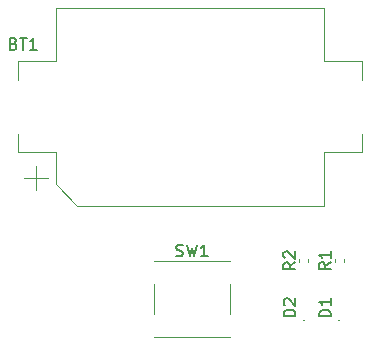
<source format=gbr>
%TF.GenerationSoftware,KiCad,Pcbnew,8.0.1*%
%TF.CreationDate,2024-04-22T22:39:20-04:00*%
%TF.ProjectId,Simple_LED,53696d70-6c65-45f4-9c45-442e6b696361,rev?*%
%TF.SameCoordinates,Original*%
%TF.FileFunction,Legend,Top*%
%TF.FilePolarity,Positive*%
%FSLAX46Y46*%
G04 Gerber Fmt 4.6, Leading zero omitted, Abs format (unit mm)*
G04 Created by KiCad (PCBNEW 8.0.1) date 2024-04-22 22:39:20*
%MOMM*%
%LPD*%
G01*
G04 APERTURE LIST*
%ADD10C,0.150000*%
%ADD11C,0.120000*%
%ADD12C,0.100000*%
G04 APERTURE END LIST*
D10*
X149774819Y-92166666D02*
X149298628Y-92499999D01*
X149774819Y-92738094D02*
X148774819Y-92738094D01*
X148774819Y-92738094D02*
X148774819Y-92357142D01*
X148774819Y-92357142D02*
X148822438Y-92261904D01*
X148822438Y-92261904D02*
X148870057Y-92214285D01*
X148870057Y-92214285D02*
X148965295Y-92166666D01*
X148965295Y-92166666D02*
X149108152Y-92166666D01*
X149108152Y-92166666D02*
X149203390Y-92214285D01*
X149203390Y-92214285D02*
X149251009Y-92261904D01*
X149251009Y-92261904D02*
X149298628Y-92357142D01*
X149298628Y-92357142D02*
X149298628Y-92738094D01*
X149774819Y-91214285D02*
X149774819Y-91785713D01*
X149774819Y-91499999D02*
X148774819Y-91499999D01*
X148774819Y-91499999D02*
X148917676Y-91595237D01*
X148917676Y-91595237D02*
X149012914Y-91690475D01*
X149012914Y-91690475D02*
X149060533Y-91785713D01*
X146799819Y-96738094D02*
X145799819Y-96738094D01*
X145799819Y-96738094D02*
X145799819Y-96499999D01*
X145799819Y-96499999D02*
X145847438Y-96357142D01*
X145847438Y-96357142D02*
X145942676Y-96261904D01*
X145942676Y-96261904D02*
X146037914Y-96214285D01*
X146037914Y-96214285D02*
X146228390Y-96166666D01*
X146228390Y-96166666D02*
X146371247Y-96166666D01*
X146371247Y-96166666D02*
X146561723Y-96214285D01*
X146561723Y-96214285D02*
X146656961Y-96261904D01*
X146656961Y-96261904D02*
X146752200Y-96357142D01*
X146752200Y-96357142D02*
X146799819Y-96499999D01*
X146799819Y-96499999D02*
X146799819Y-96738094D01*
X145895057Y-95785713D02*
X145847438Y-95738094D01*
X145847438Y-95738094D02*
X145799819Y-95642856D01*
X145799819Y-95642856D02*
X145799819Y-95404761D01*
X145799819Y-95404761D02*
X145847438Y-95309523D01*
X145847438Y-95309523D02*
X145895057Y-95261904D01*
X145895057Y-95261904D02*
X145990295Y-95214285D01*
X145990295Y-95214285D02*
X146085533Y-95214285D01*
X146085533Y-95214285D02*
X146228390Y-95261904D01*
X146228390Y-95261904D02*
X146799819Y-95833332D01*
X146799819Y-95833332D02*
X146799819Y-95214285D01*
X149799819Y-96738094D02*
X148799819Y-96738094D01*
X148799819Y-96738094D02*
X148799819Y-96499999D01*
X148799819Y-96499999D02*
X148847438Y-96357142D01*
X148847438Y-96357142D02*
X148942676Y-96261904D01*
X148942676Y-96261904D02*
X149037914Y-96214285D01*
X149037914Y-96214285D02*
X149228390Y-96166666D01*
X149228390Y-96166666D02*
X149371247Y-96166666D01*
X149371247Y-96166666D02*
X149561723Y-96214285D01*
X149561723Y-96214285D02*
X149656961Y-96261904D01*
X149656961Y-96261904D02*
X149752200Y-96357142D01*
X149752200Y-96357142D02*
X149799819Y-96499999D01*
X149799819Y-96499999D02*
X149799819Y-96738094D01*
X149799819Y-95214285D02*
X149799819Y-95785713D01*
X149799819Y-95499999D02*
X148799819Y-95499999D01*
X148799819Y-95499999D02*
X148942676Y-95595237D01*
X148942676Y-95595237D02*
X149037914Y-95690475D01*
X149037914Y-95690475D02*
X149085533Y-95785713D01*
X146774819Y-92166666D02*
X146298628Y-92499999D01*
X146774819Y-92738094D02*
X145774819Y-92738094D01*
X145774819Y-92738094D02*
X145774819Y-92357142D01*
X145774819Y-92357142D02*
X145822438Y-92261904D01*
X145822438Y-92261904D02*
X145870057Y-92214285D01*
X145870057Y-92214285D02*
X145965295Y-92166666D01*
X145965295Y-92166666D02*
X146108152Y-92166666D01*
X146108152Y-92166666D02*
X146203390Y-92214285D01*
X146203390Y-92214285D02*
X146251009Y-92261904D01*
X146251009Y-92261904D02*
X146298628Y-92357142D01*
X146298628Y-92357142D02*
X146298628Y-92738094D01*
X145870057Y-91785713D02*
X145822438Y-91738094D01*
X145822438Y-91738094D02*
X145774819Y-91642856D01*
X145774819Y-91642856D02*
X145774819Y-91404761D01*
X145774819Y-91404761D02*
X145822438Y-91309523D01*
X145822438Y-91309523D02*
X145870057Y-91261904D01*
X145870057Y-91261904D02*
X145965295Y-91214285D01*
X145965295Y-91214285D02*
X146060533Y-91214285D01*
X146060533Y-91214285D02*
X146203390Y-91261904D01*
X146203390Y-91261904D02*
X146774819Y-91833332D01*
X146774819Y-91833332D02*
X146774819Y-91214285D01*
X136691667Y-91607200D02*
X136834524Y-91654819D01*
X136834524Y-91654819D02*
X137072619Y-91654819D01*
X137072619Y-91654819D02*
X137167857Y-91607200D01*
X137167857Y-91607200D02*
X137215476Y-91559580D01*
X137215476Y-91559580D02*
X137263095Y-91464342D01*
X137263095Y-91464342D02*
X137263095Y-91369104D01*
X137263095Y-91369104D02*
X137215476Y-91273866D01*
X137215476Y-91273866D02*
X137167857Y-91226247D01*
X137167857Y-91226247D02*
X137072619Y-91178628D01*
X137072619Y-91178628D02*
X136882143Y-91131009D01*
X136882143Y-91131009D02*
X136786905Y-91083390D01*
X136786905Y-91083390D02*
X136739286Y-91035771D01*
X136739286Y-91035771D02*
X136691667Y-90940533D01*
X136691667Y-90940533D02*
X136691667Y-90845295D01*
X136691667Y-90845295D02*
X136739286Y-90750057D01*
X136739286Y-90750057D02*
X136786905Y-90702438D01*
X136786905Y-90702438D02*
X136882143Y-90654819D01*
X136882143Y-90654819D02*
X137120238Y-90654819D01*
X137120238Y-90654819D02*
X137263095Y-90702438D01*
X137596429Y-90654819D02*
X137834524Y-91654819D01*
X137834524Y-91654819D02*
X138025000Y-90940533D01*
X138025000Y-90940533D02*
X138215476Y-91654819D01*
X138215476Y-91654819D02*
X138453572Y-90654819D01*
X139358333Y-91654819D02*
X138786905Y-91654819D01*
X139072619Y-91654819D02*
X139072619Y-90654819D01*
X139072619Y-90654819D02*
X138977381Y-90797676D01*
X138977381Y-90797676D02*
X138882143Y-90892914D01*
X138882143Y-90892914D02*
X138786905Y-90940533D01*
X122939285Y-73631009D02*
X123082142Y-73678628D01*
X123082142Y-73678628D02*
X123129761Y-73726247D01*
X123129761Y-73726247D02*
X123177380Y-73821485D01*
X123177380Y-73821485D02*
X123177380Y-73964342D01*
X123177380Y-73964342D02*
X123129761Y-74059580D01*
X123129761Y-74059580D02*
X123082142Y-74107200D01*
X123082142Y-74107200D02*
X122986904Y-74154819D01*
X122986904Y-74154819D02*
X122605952Y-74154819D01*
X122605952Y-74154819D02*
X122605952Y-73154819D01*
X122605952Y-73154819D02*
X122939285Y-73154819D01*
X122939285Y-73154819D02*
X123034523Y-73202438D01*
X123034523Y-73202438D02*
X123082142Y-73250057D01*
X123082142Y-73250057D02*
X123129761Y-73345295D01*
X123129761Y-73345295D02*
X123129761Y-73440533D01*
X123129761Y-73440533D02*
X123082142Y-73535771D01*
X123082142Y-73535771D02*
X123034523Y-73583390D01*
X123034523Y-73583390D02*
X122939285Y-73631009D01*
X122939285Y-73631009D02*
X122605952Y-73631009D01*
X123463095Y-73154819D02*
X124034523Y-73154819D01*
X123748809Y-74154819D02*
X123748809Y-73154819D01*
X124891666Y-74154819D02*
X124320238Y-74154819D01*
X124605952Y-74154819D02*
X124605952Y-73154819D01*
X124605952Y-73154819D02*
X124510714Y-73297676D01*
X124510714Y-73297676D02*
X124415476Y-73392914D01*
X124415476Y-73392914D02*
X124320238Y-73440533D01*
D11*
%TO.C,R1*%
X150110000Y-92153641D02*
X150110000Y-91846359D01*
X150870000Y-92153641D02*
X150870000Y-91846359D01*
D12*
%TO.C,D2*%
X147565000Y-97090000D02*
G75*
G02*
X147465000Y-97090000I-50000J0D01*
G01*
X147465000Y-97090000D02*
G75*
G02*
X147565000Y-97090000I50000J0D01*
G01*
%TO.C,D1*%
X150565000Y-97090000D02*
G75*
G02*
X150465000Y-97090000I-50000J0D01*
G01*
X150465000Y-97090000D02*
G75*
G02*
X150565000Y-97090000I50000J0D01*
G01*
D11*
%TO.C,R2*%
X147110000Y-92153641D02*
X147110000Y-91846359D01*
X147870000Y-92153641D02*
X147870000Y-91846359D01*
%TO.C,SW1*%
X134795000Y-92020000D02*
X141255000Y-92020000D01*
X134795000Y-92050000D02*
X134795000Y-92020000D01*
X134795000Y-93950000D02*
X134795000Y-96550000D01*
X134795000Y-98480000D02*
X134795000Y-98450000D01*
X134795000Y-98480000D02*
X141255000Y-98480000D01*
X141255000Y-92020000D02*
X141255000Y-92050000D01*
X141255000Y-93950000D02*
X141255000Y-96550000D01*
X141255000Y-98480000D02*
X141255000Y-98450000D01*
%TO.C,BT1*%
X123300000Y-75150000D02*
X123300000Y-76700000D01*
X123300000Y-82850000D02*
X123300000Y-81300000D01*
X124850000Y-84000000D02*
X124850000Y-86000000D01*
X125850000Y-85000000D02*
X123850000Y-85000000D01*
X126500000Y-70650000D02*
X126500000Y-75150000D01*
X126500000Y-70650000D02*
X149200000Y-70650000D01*
X126500000Y-75150000D02*
X123300000Y-75150000D01*
X126500000Y-82850000D02*
X123300000Y-82850000D01*
X126500000Y-85550000D02*
X126500000Y-82850000D01*
X128300000Y-87350000D02*
X126500000Y-85550000D01*
X149200000Y-70650000D02*
X149200000Y-75150000D01*
X149200000Y-75150000D02*
X152400000Y-75150000D01*
X149200000Y-82850000D02*
X152400000Y-82850000D01*
X149200000Y-87350000D02*
X128300000Y-87350000D01*
X149200000Y-87350000D02*
X149200000Y-82850000D01*
X152400000Y-75150000D02*
X152400000Y-76700000D01*
X152400000Y-82850000D02*
X152400000Y-81300000D01*
%TD*%
M02*

</source>
